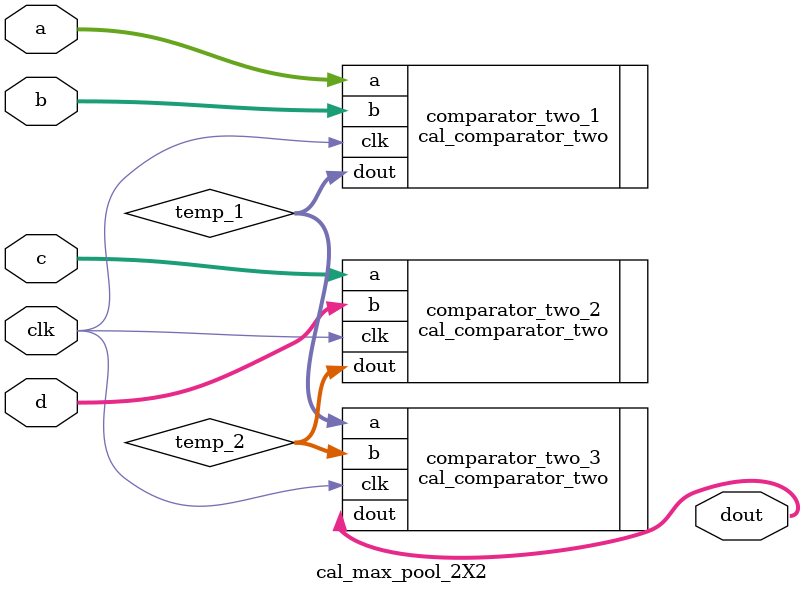
<source format=v>
module cal_max_pool_2X2
#(
	parameter WIDTH=8
)
(
    input clk,
	input signed [WIDTH-1:0] a,
	input signed [WIDTH-1:0] b,
	input signed [WIDTH-1:0] c,
	input signed [WIDTH-1:0] d,
	output signed [WIDTH-1:0] dout
   );

wire signed[WIDTH-1:0]temp_1;
wire signed[WIDTH-1:0]temp_2;

cal_comparator_two
    #(
    .WIDTH(WIDTH)
    ) comparator_two_1
    (
    .clk(clk),      // input
    .a(a),          // input[7:0]
    .b(b),          // input[7:0]
    .dout(temp_1)     // output[7:0]
);
cal_comparator_two
    #(
    .WIDTH(WIDTH)
    ) comparator_two_2
    (
    .clk(clk),      // input
    .a(c),          // input[7:0]
    .b(d),          // input[7:0]
    .dout(temp_2)     // output[7:0]
);
cal_comparator_two
    #(
    .WIDTH(WIDTH)
    ) comparator_two_3
    (
    .clk(clk),      // input
    .a(temp_1),          // input[7:0]
    .b(temp_2),          // input[7:0]
    .dout(dout)     // output[7:0]
);


endmodule
</source>
